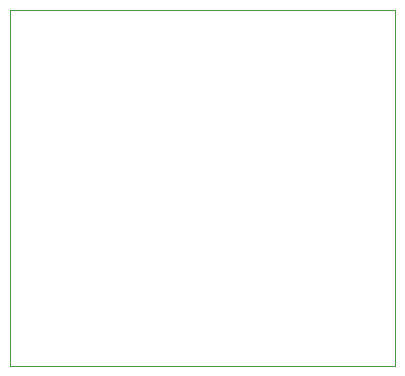
<source format=gbr>
G04 (created by PCBNEW (25-Oct-2014 BZR 4029)-stable) date Tue 03 Feb 2015 19:56:06 CET*
%MOIN*%
G04 Gerber Fmt 3.4, Leading zero omitted, Abs format*
%FSLAX34Y34*%
G01*
G70*
G90*
G04 APERTURE LIST*
%ADD10C,0.006*%
%ADD11C,0.00393701*%
G04 APERTURE END LIST*
G54D10*
G54D11*
X29527Y-37637D02*
X29606Y-37637D01*
X29527Y-25748D02*
X29527Y-37637D01*
X29527Y-25748D02*
X42362Y-25748D01*
X42362Y-37637D02*
X29606Y-37637D01*
X42362Y-25748D02*
X42362Y-37637D01*
M02*

</source>
